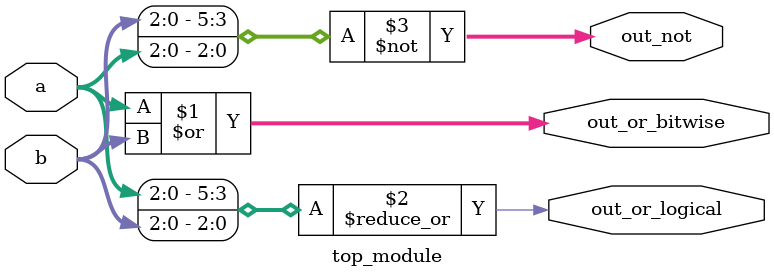
<source format=v>
module top_module( 
    input [2:0] a,
    input [2:0] b,
    output [2:0] out_or_bitwise,
    output out_or_logical,
    output [5:0] out_not
);
    	
	assign out_or_bitwise = a | b;
    assign out_or_logical = |{a,b};
    assign out_not = ~{b,a};
endmodule
</source>
